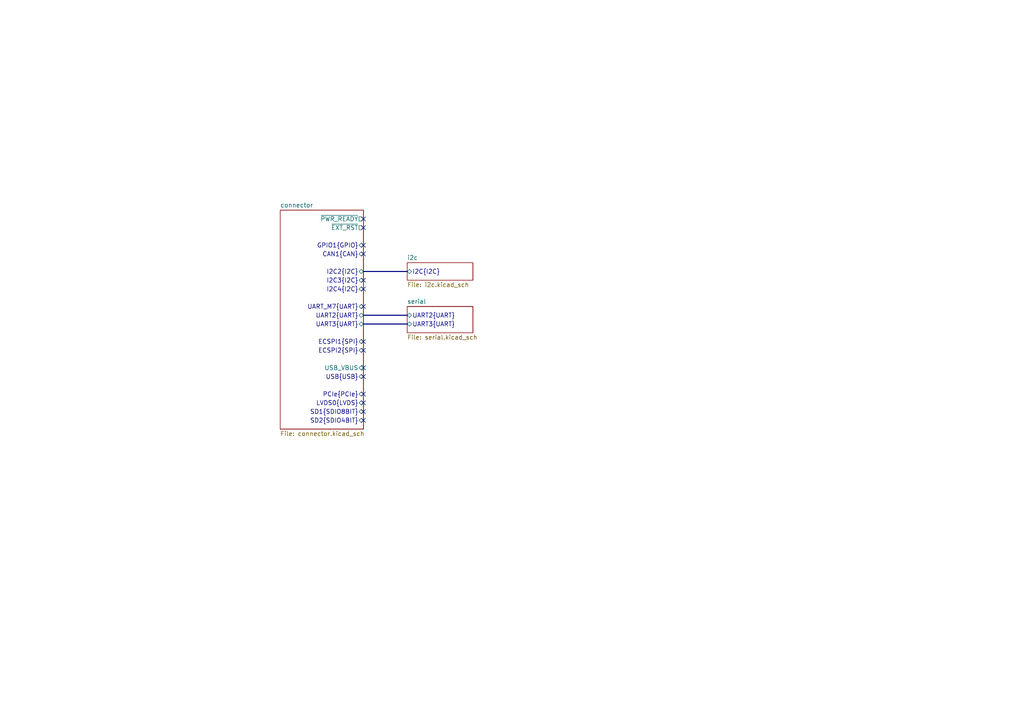
<source format=kicad_sch>
(kicad_sch
	(version 20250114)
	(generator "eeschema")
	(generator_version "9.0")
	(uuid "b4f1f37e-a40e-4754-9526-3b5057cd37da")
	(paper "A4")
	(lib_symbols)
	(bus_alias "CAN"
		(members "TX" "RX" "EN")
	)
	(bus_alias "GPIO"
		(members "IO00/CSI1_CTRL1" "IO01/CSI1_CTRL2" "IO02/PMIC_WDOG" "IO03/CSI1_CTRL3"
			"IO04/PMIC_SD_VSEL" "IO05/CSI1_CTRL4" "IO06/CSI2_CTRL1" "IO07/CSI2_CTRL2"
			"IO08/PCIe_nPERST" "IO09/LVDS1REG_EN" "IO10/PCIe_nWAKE" "IO11/PCIe_nCLKREQ"
			"IO12/USB1_OTG_PWR" "IO13/USB1_OTG_OC" "IO14/PCIe_nW_DISABLE" "nETH1_INT/IO15"
		)
	)
	(bus_alias "I2C"
		(members "SCL" "SDA")
	)
	(bus_alias "JTAG"
		(members "TCK" "TDI" "TDO" "TMS" "MOD")
	)
	(bus_alias "LVDS"
		(members "D0-" "D0+" "D1-" "D1+" "D2-" "D2+" "D3-" "D3+" "CLK-" "CLK+")
	)
	(bus_alias "MIPI_CSI"
		(members "D0-" "D0+" "D1-" "D1+" "D2-" "D2+" "D3-" "D3+" "CLK-" "CLK+")
	)
	(bus_alias "MIPI_DSI"
		(members "D0-" "D0+" "D1-" "D1+" "D2-" "D2+" "D3-" "D3+" "CLK-" "CLK+")
	)
	(bus_alias "PCIe"
		(members "TXN-" "TXN+" "RXN-" "RXN+" "CLK-" "CLK+")
	)
	(bus_alias "SDIO4BIT"
		(members "VDD_SW" "~{CD}" "WP" "CMD" "CLK" "D0" "D1" "D2" "D3")
	)
	(bus_alias "SDIO8BIT"
		(members "RESET" "CMD" "STROBE" "CLK" "D0" "D1" "D2" "D3" "D4" "D5" "D6"
			"D7"
		)
	)
	(bus_alias "SPI"
		(members "SS0" "MOSI" "MISO" "SCLK")
	)
	(bus_alias "UART"
		(members "RXD" "TXD")
	)
	(bus_alias "USB"
		(members "D+" "D-" "TX+" "TX-" "RX+" "RX-" "ID" "OC")
	)
	(no_connect
		(at 105.41 106.68)
		(uuid "092acdeb-66fe-46dd-bccb-4a5a0e5205ad")
	)
	(no_connect
		(at 105.41 66.04)
		(uuid "10bd6ac4-d76e-46e1-b235-28b418934335")
	)
	(no_connect
		(at 105.41 114.3)
		(uuid "113fc91f-dac6-4844-bd40-a7af969eb364")
	)
	(no_connect
		(at 105.41 83.82)
		(uuid "2137ed60-ef07-4acb-b798-f30f75ed6b07")
	)
	(no_connect
		(at 105.41 71.12)
		(uuid "34ca9842-9a99-41bb-8221-1fb2859ba178")
	)
	(no_connect
		(at 105.41 101.6)
		(uuid "361c506e-82d7-4440-b83f-575eb019341a")
	)
	(no_connect
		(at 105.41 109.22)
		(uuid "52dd7379-fa42-4428-8439-b62917185961")
	)
	(no_connect
		(at 105.41 121.92)
		(uuid "5fc91de8-b65a-4222-9acb-3618664c9238")
	)
	(no_connect
		(at 105.41 81.28)
		(uuid "65d80da1-35a9-424f-8c9c-bbf6d12bde0d")
	)
	(no_connect
		(at 105.41 63.5)
		(uuid "71d4e1ca-9004-45a4-bd4b-e2aa5f3cf80a")
	)
	(no_connect
		(at 105.41 88.9)
		(uuid "751057be-0cc0-4dcc-98a8-899d2f15a762")
	)
	(no_connect
		(at 105.41 119.38)
		(uuid "a610fc5f-d0b2-4c8e-a1d7-66935e3e3e76")
	)
	(no_connect
		(at 105.41 73.66)
		(uuid "b2a85f31-f5e1-4c36-8767-a9bff81d9eba")
	)
	(no_connect
		(at 105.41 116.84)
		(uuid "d112c56d-f49d-4c7f-883c-1b6dc02f64d5")
	)
	(no_connect
		(at 105.41 99.06)
		(uuid "e702d2ce-a2f5-41bb-acfc-febe03dca8b0")
	)
	(bus
		(pts
			(xy 105.41 91.44) (xy 118.11 91.44)
		)
		(stroke
			(width 0)
			(type default)
		)
		(uuid "1a10e5aa-bea5-4ba9-ba0e-64423c7ef46b")
	)
	(bus
		(pts
			(xy 105.41 78.74) (xy 118.11 78.74)
		)
		(stroke
			(width 0)
			(type default)
		)
		(uuid "be36ee12-a411-43a5-ae28-f73329931f56")
	)
	(bus
		(pts
			(xy 105.41 93.98) (xy 118.11 93.98)
		)
		(stroke
			(width 0)
			(type default)
		)
		(uuid "c9c2c230-eb0f-4530-a49a-0db900acfe1d")
	)
	(sheet
		(at 81.28 60.96)
		(size 24.13 63.5)
		(exclude_from_sim no)
		(in_bom yes)
		(on_board yes)
		(dnp no)
		(fields_autoplaced yes)
		(stroke
			(width 0.1524)
			(type solid)
		)
		(fill
			(color 0 0 0 0.0000)
		)
		(uuid "45ac03a1-2fa7-4648-8a29-efec8399af67")
		(property "Sheetname" "connector"
			(at 81.28 60.2484 0)
			(effects
				(font
					(size 1.27 1.27)
				)
				(justify left bottom)
			)
		)
		(property "Sheetfile" "connector.kicad_sch"
			(at 81.28 125.0446 0)
			(effects
				(font
					(size 1.27 1.27)
				)
				(justify left top)
			)
		)
		(pin "SD2{SDIO4BIT}" bidirectional
			(at 105.41 121.92 0)
			(uuid "de8c75e4-721d-4d66-a640-8e2eee804552")
			(effects
				(font
					(size 1.27 1.27)
				)
				(justify right)
			)
		)
		(pin "CAN1{CAN}" bidirectional
			(at 105.41 73.66 0)
			(uuid "76f8ed7c-3d69-41ad-a727-a42156349cc8")
			(effects
				(font
					(size 1.27 1.27)
				)
				(justify right)
			)
		)
		(pin "LVDS0{LVDS}" bidirectional
			(at 105.41 116.84 0)
			(uuid "3b85d9e2-a22b-437f-b965-3e66689e7a04")
			(effects
				(font
					(size 1.27 1.27)
				)
				(justify right)
			)
		)
		(pin "ECSPI2{SPI}" bidirectional
			(at 105.41 101.6 0)
			(uuid "2a7b5838-e073-409b-824a-fd2ab3217304")
			(effects
				(font
					(size 1.27 1.27)
				)
				(justify right)
			)
		)
		(pin "ECSPI1{SPI}" bidirectional
			(at 105.41 99.06 0)
			(uuid "1f0fc1ee-97ef-4a3c-84f5-4ecf94c34bad")
			(effects
				(font
					(size 1.27 1.27)
				)
				(justify right)
			)
		)
		(pin "SD1{SDIO8BIT}" bidirectional
			(at 105.41 119.38 0)
			(uuid "7d9742c2-c233-4b19-b836-7ba8acc02f2f")
			(effects
				(font
					(size 1.27 1.27)
				)
				(justify right)
			)
		)
		(pin "~{PWR_READY}" output
			(at 105.41 63.5 0)
			(uuid "31eaa618-d455-48ac-997d-ac7657cc611e")
			(effects
				(font
					(size 1.27 1.27)
				)
				(justify right)
			)
		)
		(pin "PCIe{PCIe}" bidirectional
			(at 105.41 114.3 0)
			(uuid "43b20e57-9e06-4f75-bd38-6a20d404e55c")
			(effects
				(font
					(size 1.27 1.27)
				)
				(justify right)
			)
		)
		(pin "I2C4{I2C}" bidirectional
			(at 105.41 83.82 0)
			(uuid "fd4560fd-2557-4471-b7d6-37971475a6c8")
			(effects
				(font
					(size 1.27 1.27)
				)
				(justify right)
			)
		)
		(pin "GPIO1{GPIO}" bidirectional
			(at 105.41 71.12 0)
			(uuid "d4adf1f2-bf8c-4f88-a8cb-e3c0edfcd82c")
			(effects
				(font
					(size 1.27 1.27)
				)
				(justify right)
			)
		)
		(pin "~{EXT_RST}" output
			(at 105.41 66.04 0)
			(uuid "af5fdc74-40ed-4990-8f1c-dbc0f812b747")
			(effects
				(font
					(size 1.27 1.27)
				)
				(justify right)
			)
		)
		(pin "UART2{UART}" bidirectional
			(at 105.41 91.44 0)
			(uuid "bab05c38-69cb-4085-83bd-36d87cc65b0b")
			(effects
				(font
					(size 1.27 1.27)
				)
				(justify right)
			)
		)
		(pin "I2C3{I2C}" bidirectional
			(at 105.41 81.28 0)
			(uuid "6f2c7ba4-2121-4c82-b06f-64a555728a43")
			(effects
				(font
					(size 1.27 1.27)
				)
				(justify right)
			)
		)
		(pin "I2C2{I2C}" bidirectional
			(at 105.41 78.74 0)
			(uuid "3c44002d-65bd-4736-a6a4-87bd007f44c3")
			(effects
				(font
					(size 1.27 1.27)
				)
				(justify right)
			)
		)
		(pin "UART3{UART}" bidirectional
			(at 105.41 93.98 0)
			(uuid "e60785a1-929f-4afe-a49d-0b5010454ce5")
			(effects
				(font
					(size 1.27 1.27)
				)
				(justify right)
			)
		)
		(pin "UART_M7{UART}" bidirectional
			(at 105.41 88.9 0)
			(uuid "ffb246fd-3246-4456-954a-f0789cb260fc")
			(effects
				(font
					(size 1.27 1.27)
				)
				(justify right)
			)
		)
		(pin "USB{USB}" bidirectional
			(at 105.41 109.22 0)
			(uuid "cfb5d9a2-23da-42ca-acb2-cccaf2eb2bc9")
			(effects
				(font
					(size 1.27 1.27)
				)
				(justify right)
			)
		)
		(pin "USB_VBUS" input
			(at 105.41 106.68 0)
			(uuid "4b5869f9-d15e-4a88-86fd-1a0770a9dfc6")
			(effects
				(font
					(size 1.27 1.27)
				)
				(justify right)
			)
		)
		(instances
			(project "serial-extension"
				(path "/b4f1f37e-a40e-4754-9526-3b5057cd37da"
					(page "2")
				)
			)
		)
	)
	(sheet
		(at 118.11 76.2)
		(size 19.05 5.08)
		(exclude_from_sim no)
		(in_bom yes)
		(on_board yes)
		(dnp no)
		(fields_autoplaced yes)
		(stroke
			(width 0.1524)
			(type solid)
		)
		(fill
			(color 0 0 0 0.0000)
		)
		(uuid "591b60c0-cbce-4e96-82cf-c2cbb7d4c0b9")
		(property "Sheetname" "i2c"
			(at 118.11 75.4884 0)
			(effects
				(font
					(size 1.27 1.27)
				)
				(justify left bottom)
			)
		)
		(property "Sheetfile" "i2c.kicad_sch"
			(at 118.11 81.8646 0)
			(effects
				(font
					(size 1.27 1.27)
				)
				(justify left top)
			)
		)
		(pin "I2C{I2C}" bidirectional
			(at 118.11 78.74 180)
			(uuid "2df639b5-32cb-4e0d-82a4-4a1a75215b18")
			(effects
				(font
					(size 1.27 1.27)
				)
				(justify left)
			)
		)
		(instances
			(project "serial-extension"
				(path "/b4f1f37e-a40e-4754-9526-3b5057cd37da"
					(page "4")
				)
			)
		)
	)
	(sheet
		(at 118.11 88.9)
		(size 19.05 7.62)
		(exclude_from_sim no)
		(in_bom yes)
		(on_board yes)
		(dnp no)
		(fields_autoplaced yes)
		(stroke
			(width 0.1524)
			(type solid)
		)
		(fill
			(color 0 0 0 0.0000)
		)
		(uuid "e6262b46-fc84-44c0-8c35-fbdeefd07e25")
		(property "Sheetname" "serial"
			(at 118.11 88.1884 0)
			(effects
				(font
					(size 1.27 1.27)
				)
				(justify left bottom)
			)
		)
		(property "Sheetfile" "serial.kicad_sch"
			(at 118.11 97.1046 0)
			(effects
				(font
					(size 1.27 1.27)
				)
				(justify left top)
			)
		)
		(pin "UART2{UART}" bidirectional
			(at 118.11 91.44 180)
			(uuid "6c444746-7604-406c-9fad-1feade98b1d4")
			(effects
				(font
					(size 1.27 1.27)
				)
				(justify left)
			)
		)
		(pin "UART3{UART}" bidirectional
			(at 118.11 93.98 180)
			(uuid "9c8bfdb1-15a7-4d47-a511-89fc79a2ad1d")
			(effects
				(font
					(size 1.27 1.27)
				)
				(justify left)
			)
		)
		(instances
			(project "serial-extension"
				(path "/b4f1f37e-a40e-4754-9526-3b5057cd37da"
					(page "3")
				)
			)
		)
	)
	(sheet_instances
		(path "/"
			(page "1")
		)
	)
	(embedded_fonts no)
)

</source>
